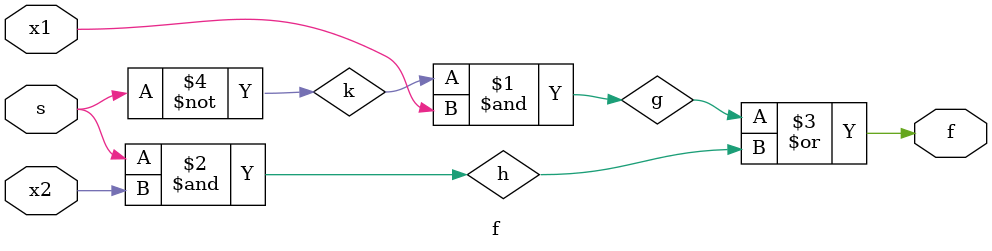
<source format=v>

module f (
    x1,
    x2,
    s,
    f
);

input x1,x2,s;
output f;

not(k,s);
and(g,k,x1);
and(h,s,x2);
or(f,g,h);


endmodule

</source>
